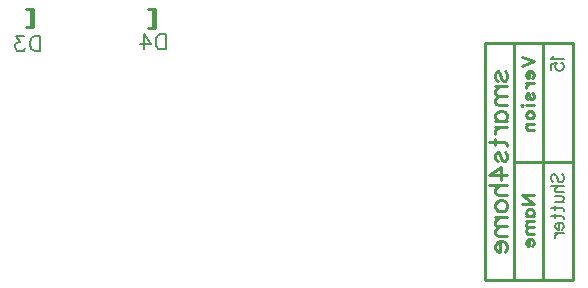
<source format=gbr>
G04 DipTrace 3.3.1.3*
G04 BottomSilk.gbr*
%MOMM*%
G04 #@! TF.FileFunction,Legend,Bot*
G04 #@! TF.Part,Single*
%ADD10C,0.25*%
%ADD55C,0.19608*%
%ADD56C,0.22222*%
%ADD57C,0.15686*%
%ADD58C,0.23529*%
%FSLAX35Y35*%
G04*
G71*
G90*
G75*
G01*
G04 BotSilk*
%LPD*%
X-225428Y-1857921D2*
D10*
X-285268D1*
X-225428Y-2017761D2*
X-285268D1*
X-244260D2*
Y-1857921D1*
X-225340Y-2017761D2*
Y-1857921D1*
X811023Y-1859300D2*
X751183D1*
X811023Y-2019140D2*
X751183D1*
X792191D2*
Y-1859300D1*
X811111Y-2019140D2*
Y-1859300D1*
X3846573Y-2153427D2*
X4096573D1*
Y-3153427D1*
X3846573D1*
Y-2153427D1*
X4096573D2*
X4346573D1*
Y-3153427D1*
X4096573D1*
Y-2153427D1*
X3846573Y-3153427D2*
X4096573D1*
Y-4153427D1*
X3846573D1*
Y-3153427D1*
X4096573D2*
X4346573D1*
Y-4153427D1*
X4096573D1*
Y-3153427D1*
X3597610Y-2153527D2*
X3847610D1*
Y-4153527D1*
X3597610D1*
Y-2153527D1*
X-166892Y-2091821D2*
D55*
Y-2219431D1*
X-209429D1*
X-227679Y-2213254D1*
X-239892Y-2201181D1*
X-245929Y-2188967D1*
X-251965Y-2170857D1*
Y-2140394D1*
X-245929Y-2122144D1*
X-239892Y-2110071D1*
X-227679Y-2097857D1*
X-209429Y-2091821D1*
X-166892D1*
X-303394Y-2091961D2*
X-370077D1*
X-333717Y-2140534D1*
X-351967D1*
X-364041Y-2146571D1*
X-370077Y-2152607D1*
X-376254Y-2170857D1*
Y-2182931D1*
X-370077Y-2201181D1*
X-358004Y-2213394D1*
X-339754Y-2219431D1*
X-321504D1*
X-303394Y-2213394D1*
X-297358Y-2207217D1*
X-291181Y-2195144D1*
X896914Y-2076975D2*
Y-2204584D1*
X854378D1*
X836128Y-2198407D1*
X823914Y-2186334D1*
X817878Y-2174121D1*
X811841Y-2156011D1*
Y-2125548D1*
X817878Y-2107298D1*
X823914Y-2095225D1*
X836128Y-2083011D1*
X854378Y-2076975D1*
X896914D1*
X711839Y-2204584D2*
Y-2077115D1*
X772626Y-2162048D1*
X681516D1*
X3914409Y-2264538D2*
D56*
X4016496Y-2303396D1*
X3914409Y-2342255D1*
X3977638Y-2386699D2*
Y-2444987D1*
X3967867D1*
X3958096Y-2440158D1*
X3953267Y-2435328D1*
X3948438Y-2425558D1*
Y-2410958D1*
X3953267Y-2401299D1*
X3963038Y-2391528D1*
X3977638Y-2386699D1*
X3987296D1*
X4001896Y-2391528D1*
X4011555Y-2401299D1*
X4016496Y-2410958D1*
Y-2425558D1*
X4011555Y-2435328D1*
X4001896Y-2444987D1*
X3948438Y-2489431D2*
X4016496D1*
X3977638D2*
X3963038Y-2494373D1*
X3953267Y-2504031D1*
X3948438Y-2513802D1*
Y-2528402D1*
X3963038Y-2626305D2*
X3953267Y-2621476D1*
X3948438Y-2606876D1*
Y-2592276D1*
X3953267Y-2577676D1*
X3963038Y-2572846D1*
X3972696Y-2577676D1*
X3977638Y-2587446D1*
X3982467Y-2611705D1*
X3987296Y-2621476D1*
X3997067Y-2626305D1*
X4001896D1*
X4011555Y-2621476D1*
X4016496Y-2606876D1*
Y-2592276D1*
X4011555Y-2577676D1*
X4001896Y-2572846D1*
X3914409Y-2670749D2*
X3919238Y-2675579D1*
X3914409Y-2680520D1*
X3909467Y-2675579D1*
X3914409Y-2670749D1*
X3948438Y-2675579D2*
X4016496D1*
X3948438Y-2749223D2*
X3953267Y-2739565D1*
X3963038Y-2729794D1*
X3977638Y-2724965D1*
X3987297D1*
X4001897Y-2729794D1*
X4011555Y-2739565D1*
X4016496Y-2749223D1*
X4016497Y-2763823D1*
X4011555Y-2773594D1*
X4001897Y-2783252D1*
X3987297Y-2788194D1*
X3977638D1*
X3963038Y-2783252D1*
X3953267Y-2773594D1*
X3948438Y-2763823D1*
Y-2749223D1*
Y-2832638D2*
X4016497D1*
X3967867D2*
X3953267Y-2847238D1*
X3948438Y-2857009D1*
Y-2871496D1*
X3953267Y-2881267D1*
X3967867Y-2886096D1*
X4016496D1*
X4183950Y-2261270D2*
D57*
X4179009Y-2271040D1*
X4164521Y-2285640D1*
X4266497Y-2285641D1*
X4164521Y-2375300D2*
Y-2326784D1*
X4208209Y-2321954D1*
X4203380Y-2326784D1*
X4198438Y-2341384D1*
Y-2355871D1*
X4203380Y-2370471D1*
X4213038Y-2380242D1*
X4227638Y-2385071D1*
X4237296D1*
X4251896Y-2380242D1*
X4261667Y-2370471D1*
X4266497Y-2355871D1*
Y-2341384D1*
X4261667Y-2326784D1*
X4256726Y-2321955D1*
X4247067Y-2317013D1*
X3914409Y-3508987D2*
D56*
X4016496D1*
X3914409Y-3440928D1*
X4016496D1*
X3948438Y-3611719D2*
X4016496D1*
X3963038D2*
X3953267Y-3602061D1*
X3948438Y-3592290D1*
Y-3577802D1*
X3953267Y-3568031D1*
X3963038Y-3558373D1*
X3977638Y-3553431D1*
X3987296D1*
X4001896Y-3558373D1*
X4011555Y-3568031D1*
X4016496Y-3577802D1*
Y-3592290D1*
X4011555Y-3602061D1*
X4001896Y-3611719D1*
X3948438Y-3656163D2*
X4016496D1*
X3967867D2*
X3953267Y-3670763D1*
X3948438Y-3680534D1*
Y-3695022D1*
X3953267Y-3704793D1*
X3967867Y-3709622D1*
X4016496D1*
X3967867D2*
X3953267Y-3724222D1*
X3948438Y-3733993D1*
Y-3748480D1*
X3953267Y-3758251D1*
X3967867Y-3763193D1*
X4016497D1*
X3977638Y-3807637D2*
Y-3865925D1*
X3967867D1*
X3958096Y-3861095D1*
X3953267Y-3856266D1*
X3948438Y-3846495D1*
Y-3831895D1*
X3953267Y-3822237D1*
X3963038Y-3812466D1*
X3977638Y-3807637D1*
X3987297D1*
X4001897Y-3812466D1*
X4011555Y-3822237D1*
X4016497Y-3831895D1*
Y-3846495D1*
X4011555Y-3856266D1*
X4001896Y-3865925D1*
X4179009Y-3329328D2*
D57*
X4169238Y-3319670D1*
X4164409Y-3305070D1*
Y-3285641D1*
X4169238Y-3271041D1*
X4179009Y-3261270D1*
X4188667D1*
X4198438Y-3266211D1*
X4203267Y-3271041D1*
X4208096Y-3280699D1*
X4217867Y-3309899D1*
X4222696Y-3319670D1*
X4227638Y-3324499D1*
X4237296Y-3329328D1*
X4251896D1*
X4261555Y-3319670D1*
X4266496Y-3305070D1*
Y-3285641D1*
X4261555Y-3271041D1*
X4251896Y-3261270D1*
X4164409Y-3360701D2*
X4266496D1*
X4217867D2*
X4203267Y-3375301D1*
X4198438Y-3385072D1*
Y-3399672D1*
X4203267Y-3409330D1*
X4217867Y-3414159D1*
X4266496D1*
X4198438Y-3445532D2*
X4247067D1*
X4261555Y-3450361D1*
X4266496Y-3460132D1*
Y-3474732D1*
X4261555Y-3484390D1*
X4247067Y-3498990D1*
X4198438D2*
X4266496D1*
X4164409Y-3544963D2*
X4247067D1*
X4261555Y-3549792D1*
X4266496Y-3559563D1*
Y-3569221D1*
X4198438Y-3530363D2*
Y-3564392D1*
X4164409Y-3615194D2*
X4247067D1*
X4261555Y-3620023D1*
X4266496Y-3629794D1*
Y-3639452D1*
X4198438Y-3600594D2*
Y-3634623D1*
X4227638Y-3670825D2*
Y-3729112D1*
X4217867D1*
X4208097Y-3724283D1*
X4203267Y-3719454D1*
X4198438Y-3709683D1*
Y-3695083D1*
X4203267Y-3685425D1*
X4213038Y-3675654D1*
X4227638Y-3670825D1*
X4237297D1*
X4251897Y-3675654D1*
X4261555Y-3685425D1*
X4266497Y-3695083D1*
Y-3709683D1*
X4261555Y-3719454D1*
X4251897Y-3729112D1*
X4198438Y-3760485D2*
X4266497D1*
X4227638D2*
X4213038Y-3765426D1*
X4203267Y-3775085D1*
X4198438Y-3784856D1*
Y-3799456D1*
X3709807Y-2469704D2*
D58*
X3695151Y-2462460D1*
X3687907Y-2440560D1*
Y-2418660D1*
X3695151Y-2396760D1*
X3709807Y-2389516D1*
X3724295Y-2396760D1*
X3731707Y-2411416D1*
X3738951Y-2447804D1*
X3746195Y-2462460D1*
X3760851Y-2469704D1*
X3768095D1*
X3782582Y-2462460D1*
X3789995Y-2440560D1*
Y-2418660D1*
X3782582Y-2396760D1*
X3768095Y-2389516D1*
X3687907Y-2516763D2*
X3789995D1*
X3717051D2*
X3695151Y-2538663D1*
X3687907Y-2553319D1*
Y-2575050D1*
X3695151Y-2589706D1*
X3717051Y-2596950D1*
X3789995D1*
X3717051D2*
X3695151Y-2618850D1*
X3687907Y-2633506D1*
Y-2655238D1*
X3695151Y-2669894D1*
X3717051Y-2677306D1*
X3789995D1*
X3687907Y-2811797D2*
X3789995D1*
X3709807D2*
X3695151Y-2797309D1*
X3687907Y-2782653D1*
Y-2760921D1*
X3695151Y-2746265D1*
X3709807Y-2731777D1*
X3731707Y-2724365D1*
X3746195D1*
X3768095Y-2731778D1*
X3782582Y-2746265D1*
X3789995Y-2760921D1*
Y-2782653D1*
X3782582Y-2797309D1*
X3768095Y-2811797D1*
X3687907Y-2858856D2*
X3789995D1*
X3731707D2*
X3709807Y-2866268D1*
X3695151Y-2880756D1*
X3687907Y-2895412D1*
Y-2917312D1*
X3636863Y-2986271D2*
X3760851D1*
X3782582Y-2993514D1*
X3789995Y-3008171D1*
Y-3022658D1*
X3687907Y-2964371D2*
Y-3015414D1*
X3709807Y-3149905D2*
X3695151Y-3142661D1*
X3687907Y-3120761D1*
Y-3098861D1*
X3695151Y-3076961D1*
X3709807Y-3069717D1*
X3724295Y-3076961D1*
X3731707Y-3091617D1*
X3738951Y-3128005D1*
X3746195Y-3142661D1*
X3760851Y-3149905D1*
X3768095D1*
X3782582Y-3142661D1*
X3789995Y-3120761D1*
Y-3098861D1*
X3782582Y-3076961D1*
X3768095Y-3069717D1*
X3789995Y-3269907D2*
X3637032D1*
X3738951Y-3196964D1*
Y-3306295D1*
X3636863Y-3353354D2*
X3789995D1*
X3717051D2*
X3695151Y-3375254D1*
X3687907Y-3389910D1*
Y-3411810D1*
X3695151Y-3426298D1*
X3717051Y-3433542D1*
X3789995D1*
X3687907Y-3516988D2*
X3695151Y-3502500D1*
X3709807Y-3487844D1*
X3731707Y-3480600D1*
X3746195D1*
X3768095Y-3487844D1*
X3782582Y-3502500D1*
X3789995Y-3516988D1*
Y-3538888D1*
X3782582Y-3553544D1*
X3768095Y-3568032D1*
X3746195Y-3575444D1*
X3731707D1*
X3709807Y-3568032D1*
X3695151Y-3553544D1*
X3687907Y-3538888D1*
Y-3516988D1*
Y-3622503D2*
X3789995D1*
X3717051D2*
X3695151Y-3644403D1*
X3687907Y-3659059D1*
Y-3680791D1*
X3695151Y-3695447D1*
X3717051Y-3702691D1*
X3789995D1*
X3717051D2*
X3695151Y-3724591D1*
X3687907Y-3739247D1*
Y-3760978D1*
X3695151Y-3775634D1*
X3717051Y-3783047D1*
X3789995D1*
X3731707Y-3830106D2*
Y-3917537D1*
X3717051D1*
X3702395Y-3910293D1*
X3695151Y-3903049D1*
X3687907Y-3888393D1*
Y-3866493D1*
X3695151Y-3852006D1*
X3709807Y-3837349D1*
X3731707Y-3830106D1*
X3746195D1*
X3768095Y-3837349D1*
X3782582Y-3852006D1*
X3789995Y-3866493D1*
Y-3888393D1*
X3782582Y-3903049D1*
X3768095Y-3917537D1*
M02*

</source>
